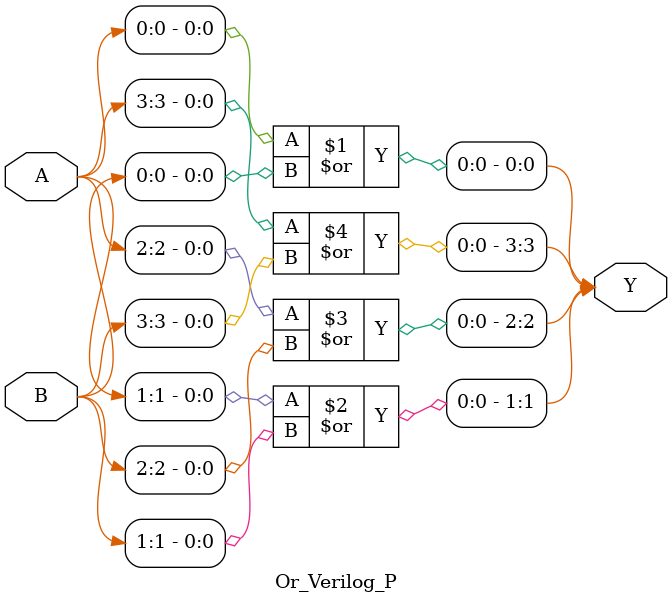
<source format=v>
`timescale 1ns / 1ps


module Or_Verilog_P (A, B, Y);
    
    parameter N = 4;
        input [N-1:0] A;
        input [N-1:0] B;
        output [N-1:0] Y;
        
        genvar i;
        generate for(i = 0; i < N; i = i + 1) 
        begin:r_loop
            or g1(Y[i], A[i], B[i]);
        end
        endgenerate
        
endmodule

</source>
